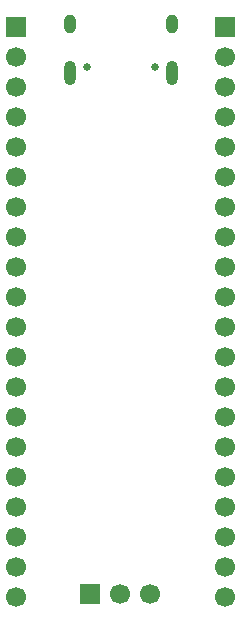
<source format=gbr>
%TF.GenerationSoftware,KiCad,Pcbnew,9.0.2*%
%TF.CreationDate,2025-10-06T12:20:04-04:00*%
%TF.ProjectId,pcb,7063622e-6b69-4636-9164-5f7063625858,rev?*%
%TF.SameCoordinates,Original*%
%TF.FileFunction,Soldermask,Bot*%
%TF.FilePolarity,Negative*%
%FSLAX46Y46*%
G04 Gerber Fmt 4.6, Leading zero omitted, Abs format (unit mm)*
G04 Created by KiCad (PCBNEW 9.0.2) date 2025-10-06 12:20:04*
%MOMM*%
%LPD*%
G01*
G04 APERTURE LIST*
%ADD10R,1.700000X1.700000*%
%ADD11C,1.700000*%
%ADD12C,0.650000*%
%ADD13O,1.000000X2.100000*%
%ADD14O,1.000000X1.600000*%
G04 APERTURE END LIST*
D10*
%TO.C,J4*%
X98790000Y-114150000D03*
D11*
X101330000Y-114150000D03*
X103870000Y-114150000D03*
%TD*%
D10*
%TO.C,J2*%
X92480000Y-66150000D03*
D11*
X92480000Y-68690000D03*
X92480000Y-71230000D03*
X92480000Y-73770000D03*
X92480000Y-76310000D03*
X92480000Y-78850000D03*
X92480000Y-81390000D03*
X92480000Y-83930000D03*
X92480000Y-86470000D03*
X92480000Y-89010000D03*
X92480000Y-91550000D03*
X92480000Y-94090000D03*
X92480000Y-96630000D03*
X92480000Y-99170000D03*
X92480000Y-101710000D03*
X92480000Y-104250000D03*
X92480000Y-106790000D03*
X92480000Y-109330000D03*
X92480000Y-111870000D03*
X92480000Y-114410000D03*
%TD*%
D10*
%TO.C,J3*%
X110220000Y-66160000D03*
D11*
X110220000Y-68700000D03*
X110220000Y-71240000D03*
X110220000Y-73780000D03*
X110220000Y-76320000D03*
X110220000Y-78860000D03*
X110220000Y-81400000D03*
X110220000Y-83940000D03*
X110220000Y-86480000D03*
X110220000Y-89020000D03*
X110220000Y-91560000D03*
X110220000Y-94100000D03*
X110220000Y-96640000D03*
X110220000Y-99180000D03*
X110220000Y-101720000D03*
X110220000Y-104260000D03*
X110220000Y-106800000D03*
X110220000Y-109340000D03*
X110220000Y-111880000D03*
X110220000Y-114420000D03*
%TD*%
D12*
%TO.C,J1*%
X104290000Y-69520000D03*
X98510000Y-69520000D03*
D13*
X105720000Y-70050000D03*
D14*
X105720000Y-65870000D03*
D13*
X97080000Y-70050000D03*
D14*
X97080000Y-65870000D03*
%TD*%
M02*

</source>
